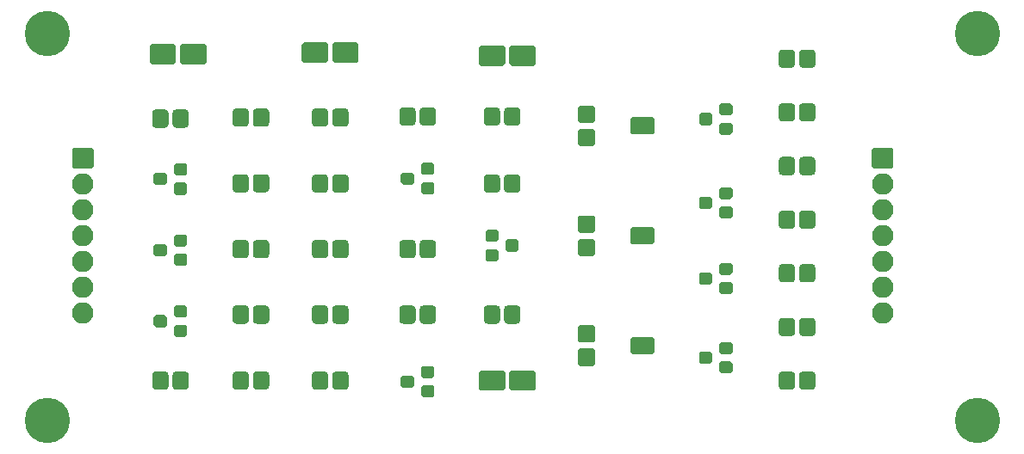
<source format=gbr>
%TF.GenerationSoftware,KiCad,Pcbnew,(5.1.10)-1*%
%TF.CreationDate,2021-10-26T22:21:35+02:00*%
%TF.ProjectId,TMS9929_RGB_Adapter,544d5339-3932-4395-9f52-47425f416461,0*%
%TF.SameCoordinates,Original*%
%TF.FileFunction,Soldermask,Top*%
%TF.FilePolarity,Negative*%
%FSLAX46Y46*%
G04 Gerber Fmt 4.6, Leading zero omitted, Abs format (unit mm)*
G04 Created by KiCad (PCBNEW (5.1.10)-1) date 2021-10-26 22:21:35*
%MOMM*%
%LPD*%
G01*
G04 APERTURE LIST*
%ADD10O,2.100000X2.100000*%
%ADD11C,4.464000*%
G04 APERTURE END LIST*
%TO.C,R5*%
G36*
G01*
X48500000Y-38308332D02*
X48500000Y-39441668D01*
G75*
G02*
X48166668Y-39775000I-333332J0D01*
G01*
X47233332Y-39775000D01*
G75*
G02*
X46900000Y-39441668I0J333332D01*
G01*
X46900000Y-38308332D01*
G75*
G02*
X47233332Y-37975000I333332J0D01*
G01*
X48166668Y-37975000D01*
G75*
G02*
X48500000Y-38308332I0J-333332D01*
G01*
G37*
G36*
G01*
X46500000Y-38308332D02*
X46500000Y-39441668D01*
G75*
G02*
X46166668Y-39775000I-333332J0D01*
G01*
X45233332Y-39775000D01*
G75*
G02*
X44900000Y-39441668I0J333332D01*
G01*
X44900000Y-38308332D01*
G75*
G02*
X45233332Y-37975000I333332J0D01*
G01*
X46166668Y-37975000D01*
G75*
G02*
X46500000Y-38308332I0J-333332D01*
G01*
G37*
%TD*%
%TO.C,R26*%
G36*
G01*
X100200000Y-57733332D02*
X100200000Y-58866668D01*
G75*
G02*
X99866668Y-59200000I-333332J0D01*
G01*
X98933332Y-59200000D01*
G75*
G02*
X98600000Y-58866668I0J333332D01*
G01*
X98600000Y-57733332D01*
G75*
G02*
X98933332Y-57400000I333332J0D01*
G01*
X99866668Y-57400000D01*
G75*
G02*
X100200000Y-57733332I0J-333332D01*
G01*
G37*
G36*
G01*
X102200000Y-57733332D02*
X102200000Y-58866668D01*
G75*
G02*
X101866668Y-59200000I-333332J0D01*
G01*
X100933332Y-59200000D01*
G75*
G02*
X100600000Y-58866668I0J333332D01*
G01*
X100600000Y-57733332D01*
G75*
G02*
X100933332Y-57400000I333332J0D01*
G01*
X101866668Y-57400000D01*
G75*
G02*
X102200000Y-57733332I0J-333332D01*
G01*
G37*
%TD*%
%TO.C,R25*%
G36*
G01*
X100200000Y-47166664D02*
X100200000Y-48300000D01*
G75*
G02*
X99866668Y-48633332I-333332J0D01*
G01*
X98933332Y-48633332D01*
G75*
G02*
X98600000Y-48300000I0J333332D01*
G01*
X98600000Y-47166664D01*
G75*
G02*
X98933332Y-46833332I333332J0D01*
G01*
X99866668Y-46833332D01*
G75*
G02*
X100200000Y-47166664I0J-333332D01*
G01*
G37*
G36*
G01*
X102200000Y-47166664D02*
X102200000Y-48300000D01*
G75*
G02*
X101866668Y-48633332I-333332J0D01*
G01*
X100933332Y-48633332D01*
G75*
G02*
X100600000Y-48300000I0J333332D01*
G01*
X100600000Y-47166664D01*
G75*
G02*
X100933332Y-46833332I333332J0D01*
G01*
X101866668Y-46833332D01*
G75*
G02*
X102200000Y-47166664I0J-333332D01*
G01*
G37*
%TD*%
%TO.C,R24*%
G36*
G01*
X100600000Y-37733334D02*
X100600000Y-36599998D01*
G75*
G02*
X100933332Y-36266666I333332J0D01*
G01*
X101866668Y-36266666D01*
G75*
G02*
X102200000Y-36599998I0J-333332D01*
G01*
X102200000Y-37733334D01*
G75*
G02*
X101866668Y-38066666I-333332J0D01*
G01*
X100933332Y-38066666D01*
G75*
G02*
X100600000Y-37733334I0J333332D01*
G01*
G37*
G36*
G01*
X98600000Y-37733334D02*
X98600000Y-36599998D01*
G75*
G02*
X98933332Y-36266666I333332J0D01*
G01*
X99866668Y-36266666D01*
G75*
G02*
X100200000Y-36599998I0J-333332D01*
G01*
X100200000Y-37733334D01*
G75*
G02*
X99866668Y-38066666I-333332J0D01*
G01*
X98933332Y-38066666D01*
G75*
G02*
X98600000Y-37733334I0J333332D01*
G01*
G37*
%TD*%
%TO.C,R23*%
G36*
G01*
X100600000Y-27166668D02*
X100600000Y-26033332D01*
G75*
G02*
X100933332Y-25700000I333332J0D01*
G01*
X101866668Y-25700000D01*
G75*
G02*
X102200000Y-26033332I0J-333332D01*
G01*
X102200000Y-27166668D01*
G75*
G02*
X101866668Y-27500000I-333332J0D01*
G01*
X100933332Y-27500000D01*
G75*
G02*
X100600000Y-27166668I0J333332D01*
G01*
G37*
G36*
G01*
X98600000Y-27166668D02*
X98600000Y-26033332D01*
G75*
G02*
X98933332Y-25700000I333332J0D01*
G01*
X99866668Y-25700000D01*
G75*
G02*
X100200000Y-26033332I0J-333332D01*
G01*
X100200000Y-27166668D01*
G75*
G02*
X99866668Y-27500000I-333332J0D01*
G01*
X98933332Y-27500000D01*
G75*
G02*
X98600000Y-27166668I0J333332D01*
G01*
G37*
%TD*%
D10*
%TO.C,J2*%
X108800000Y-51640000D03*
X108800000Y-49100000D03*
X108800000Y-46560000D03*
X108800000Y-44020000D03*
X108800000Y-41480000D03*
X108800000Y-38940000D03*
G36*
G01*
X107750000Y-37250000D02*
X107750000Y-35550000D01*
G75*
G02*
X107950000Y-35350000I200000J0D01*
G01*
X109650000Y-35350000D01*
G75*
G02*
X109850000Y-35550000I0J-200000D01*
G01*
X109850000Y-37250000D01*
G75*
G02*
X109650000Y-37450000I-200000J0D01*
G01*
X107950000Y-37450000D01*
G75*
G02*
X107750000Y-37250000I0J200000D01*
G01*
G37*
%TD*%
%TO.C,J1*%
X30200000Y-51640000D03*
X30200000Y-49100000D03*
X30200000Y-46560000D03*
X30200000Y-44020000D03*
X30200000Y-41480000D03*
X30200000Y-38940000D03*
G36*
G01*
X29150000Y-37250000D02*
X29150000Y-35550000D01*
G75*
G02*
X29350000Y-35350000I200000J0D01*
G01*
X31050000Y-35350000D01*
G75*
G02*
X31250000Y-35550000I0J-200000D01*
G01*
X31250000Y-37250000D01*
G75*
G02*
X31050000Y-37450000I-200000J0D01*
G01*
X29350000Y-37450000D01*
G75*
G02*
X29150000Y-37250000I0J200000D01*
G01*
G37*
%TD*%
%TO.C,C4*%
G36*
G01*
X72100000Y-27100000D02*
X72100000Y-25500000D01*
G75*
G02*
X72300000Y-25300000I200000J0D01*
G01*
X74500000Y-25300000D01*
G75*
G02*
X74700000Y-25500000I0J-200000D01*
G01*
X74700000Y-27100000D01*
G75*
G02*
X74500000Y-27300000I-200000J0D01*
G01*
X72300000Y-27300000D01*
G75*
G02*
X72100000Y-27100000I0J200000D01*
G01*
G37*
G36*
G01*
X69100000Y-27100000D02*
X69100000Y-25500000D01*
G75*
G02*
X69300000Y-25300000I200000J0D01*
G01*
X71500000Y-25300000D01*
G75*
G02*
X71700000Y-25500000I0J-200000D01*
G01*
X71700000Y-27100000D01*
G75*
G02*
X71500000Y-27300000I-200000J0D01*
G01*
X69300000Y-27300000D01*
G75*
G02*
X69100000Y-27100000I0J200000D01*
G01*
G37*
%TD*%
%TO.C,C3*%
G36*
G01*
X54700000Y-26800000D02*
X54700000Y-25200000D01*
G75*
G02*
X54900000Y-25000000I200000J0D01*
G01*
X57100000Y-25000000D01*
G75*
G02*
X57300000Y-25200000I0J-200000D01*
G01*
X57300000Y-26800000D01*
G75*
G02*
X57100000Y-27000000I-200000J0D01*
G01*
X54900000Y-27000000D01*
G75*
G02*
X54700000Y-26800000I0J200000D01*
G01*
G37*
G36*
G01*
X51700000Y-26800000D02*
X51700000Y-25200000D01*
G75*
G02*
X51900000Y-25000000I200000J0D01*
G01*
X54100000Y-25000000D01*
G75*
G02*
X54300000Y-25200000I0J-200000D01*
G01*
X54300000Y-26800000D01*
G75*
G02*
X54100000Y-27000000I-200000J0D01*
G01*
X51900000Y-27000000D01*
G75*
G02*
X51700000Y-26800000I0J200000D01*
G01*
G37*
%TD*%
%TO.C,C2*%
G36*
G01*
X72100000Y-59100000D02*
X72100000Y-57500000D01*
G75*
G02*
X72300000Y-57300000I200000J0D01*
G01*
X74500000Y-57300000D01*
G75*
G02*
X74700000Y-57500000I0J-200000D01*
G01*
X74700000Y-59100000D01*
G75*
G02*
X74500000Y-59300000I-200000J0D01*
G01*
X72300000Y-59300000D01*
G75*
G02*
X72100000Y-59100000I0J200000D01*
G01*
G37*
G36*
G01*
X69100000Y-59100000D02*
X69100000Y-57500000D01*
G75*
G02*
X69300000Y-57300000I200000J0D01*
G01*
X71500000Y-57300000D01*
G75*
G02*
X71700000Y-57500000I0J-200000D01*
G01*
X71700000Y-59100000D01*
G75*
G02*
X71500000Y-59300000I-200000J0D01*
G01*
X69300000Y-59300000D01*
G75*
G02*
X69100000Y-59100000I0J200000D01*
G01*
G37*
%TD*%
%TO.C,C1*%
G36*
G01*
X39750000Y-26950000D02*
X39750000Y-25350000D01*
G75*
G02*
X39950000Y-25150000I200000J0D01*
G01*
X42150000Y-25150000D01*
G75*
G02*
X42350000Y-25350000I0J-200000D01*
G01*
X42350000Y-26950000D01*
G75*
G02*
X42150000Y-27150000I-200000J0D01*
G01*
X39950000Y-27150000D01*
G75*
G02*
X39750000Y-26950000I0J200000D01*
G01*
G37*
G36*
G01*
X36750000Y-26950000D02*
X36750000Y-25350000D01*
G75*
G02*
X36950000Y-25150000I200000J0D01*
G01*
X39150000Y-25150000D01*
G75*
G02*
X39350000Y-25350000I0J-200000D01*
G01*
X39350000Y-26950000D01*
G75*
G02*
X39150000Y-27150000I-200000J0D01*
G01*
X36950000Y-27150000D01*
G75*
G02*
X36750000Y-26950000I0J200000D01*
G01*
G37*
%TD*%
%TO.C,Q2*%
G36*
G01*
X94050000Y-41350000D02*
X94050000Y-42150000D01*
G75*
G02*
X93850000Y-42350000I-200000J0D01*
G01*
X92950000Y-42350000D01*
G75*
G02*
X92750000Y-42150000I0J200000D01*
G01*
X92750000Y-41350000D01*
G75*
G02*
X92950000Y-41150000I200000J0D01*
G01*
X93850000Y-41150000D01*
G75*
G02*
X94050000Y-41350000I0J-200000D01*
G01*
G37*
G36*
G01*
X94050000Y-39450000D02*
X94050000Y-40250000D01*
G75*
G02*
X93850000Y-40450000I-200000J0D01*
G01*
X92950000Y-40450000D01*
G75*
G02*
X92750000Y-40250000I0J200000D01*
G01*
X92750000Y-39450000D01*
G75*
G02*
X92950000Y-39250000I200000J0D01*
G01*
X93850000Y-39250000D01*
G75*
G02*
X94050000Y-39450000I0J-200000D01*
G01*
G37*
G36*
G01*
X92050000Y-40400000D02*
X92050000Y-41200000D01*
G75*
G02*
X91850000Y-41400000I-200000J0D01*
G01*
X90950000Y-41400000D01*
G75*
G02*
X90750000Y-41200000I0J200000D01*
G01*
X90750000Y-40400000D01*
G75*
G02*
X90950000Y-40200000I200000J0D01*
G01*
X91850000Y-40200000D01*
G75*
G02*
X92050000Y-40400000I0J-200000D01*
G01*
G37*
%TD*%
%TO.C,Q3*%
G36*
G01*
X94050000Y-48800000D02*
X94050000Y-49600000D01*
G75*
G02*
X93850000Y-49800000I-200000J0D01*
G01*
X92950000Y-49800000D01*
G75*
G02*
X92750000Y-49600000I0J200000D01*
G01*
X92750000Y-48800000D01*
G75*
G02*
X92950000Y-48600000I200000J0D01*
G01*
X93850000Y-48600000D01*
G75*
G02*
X94050000Y-48800000I0J-200000D01*
G01*
G37*
G36*
G01*
X94050000Y-46900000D02*
X94050000Y-47700000D01*
G75*
G02*
X93850000Y-47900000I-200000J0D01*
G01*
X92950000Y-47900000D01*
G75*
G02*
X92750000Y-47700000I0J200000D01*
G01*
X92750000Y-46900000D01*
G75*
G02*
X92950000Y-46700000I200000J0D01*
G01*
X93850000Y-46700000D01*
G75*
G02*
X94050000Y-46900000I0J-200000D01*
G01*
G37*
G36*
G01*
X92050000Y-47850000D02*
X92050000Y-48650000D01*
G75*
G02*
X91850000Y-48850000I-200000J0D01*
G01*
X90950000Y-48850000D01*
G75*
G02*
X90750000Y-48650000I0J200000D01*
G01*
X90750000Y-47850000D01*
G75*
G02*
X90950000Y-47650000I200000J0D01*
G01*
X91850000Y-47650000D01*
G75*
G02*
X92050000Y-47850000I0J-200000D01*
G01*
G37*
%TD*%
%TO.C,Q4*%
G36*
G01*
X94050000Y-56600000D02*
X94050000Y-57400000D01*
G75*
G02*
X93850000Y-57600000I-200000J0D01*
G01*
X92950000Y-57600000D01*
G75*
G02*
X92750000Y-57400000I0J200000D01*
G01*
X92750000Y-56600000D01*
G75*
G02*
X92950000Y-56400000I200000J0D01*
G01*
X93850000Y-56400000D01*
G75*
G02*
X94050000Y-56600000I0J-200000D01*
G01*
G37*
G36*
G01*
X94050000Y-54700000D02*
X94050000Y-55500000D01*
G75*
G02*
X93850000Y-55700000I-200000J0D01*
G01*
X92950000Y-55700000D01*
G75*
G02*
X92750000Y-55500000I0J200000D01*
G01*
X92750000Y-54700000D01*
G75*
G02*
X92950000Y-54500000I200000J0D01*
G01*
X93850000Y-54500000D01*
G75*
G02*
X94050000Y-54700000I0J-200000D01*
G01*
G37*
G36*
G01*
X92050000Y-55650000D02*
X92050000Y-56450000D01*
G75*
G02*
X91850000Y-56650000I-200000J0D01*
G01*
X90950000Y-56650000D01*
G75*
G02*
X90750000Y-56450000I0J200000D01*
G01*
X90750000Y-55650000D01*
G75*
G02*
X90950000Y-55450000I200000J0D01*
G01*
X91850000Y-55450000D01*
G75*
G02*
X92050000Y-55650000I0J-200000D01*
G01*
G37*
%TD*%
%TO.C,Q1*%
G36*
G01*
X94050000Y-33100000D02*
X94050000Y-33900000D01*
G75*
G02*
X93850000Y-34100000I-200000J0D01*
G01*
X92950000Y-34100000D01*
G75*
G02*
X92750000Y-33900000I0J200000D01*
G01*
X92750000Y-33100000D01*
G75*
G02*
X92950000Y-32900000I200000J0D01*
G01*
X93850000Y-32900000D01*
G75*
G02*
X94050000Y-33100000I0J-200000D01*
G01*
G37*
G36*
G01*
X94050000Y-31200000D02*
X94050000Y-32000000D01*
G75*
G02*
X93850000Y-32200000I-200000J0D01*
G01*
X92950000Y-32200000D01*
G75*
G02*
X92750000Y-32000000I0J200000D01*
G01*
X92750000Y-31200000D01*
G75*
G02*
X92950000Y-31000000I200000J0D01*
G01*
X93850000Y-31000000D01*
G75*
G02*
X94050000Y-31200000I0J-200000D01*
G01*
G37*
G36*
G01*
X92050000Y-32150000D02*
X92050000Y-32950000D01*
G75*
G02*
X91850000Y-33150000I-200000J0D01*
G01*
X90950000Y-33150000D01*
G75*
G02*
X90750000Y-32950000I0J200000D01*
G01*
X90750000Y-32150000D01*
G75*
G02*
X90950000Y-31950000I200000J0D01*
G01*
X91850000Y-31950000D01*
G75*
G02*
X92050000Y-32150000I0J-200000D01*
G01*
G37*
%TD*%
%TO.C,Q9*%
G36*
G01*
X40450000Y-46000000D02*
X40450000Y-46800000D01*
G75*
G02*
X40250000Y-47000000I-200000J0D01*
G01*
X39350000Y-47000000D01*
G75*
G02*
X39150000Y-46800000I0J200000D01*
G01*
X39150000Y-46000000D01*
G75*
G02*
X39350000Y-45800000I200000J0D01*
G01*
X40250000Y-45800000D01*
G75*
G02*
X40450000Y-46000000I0J-200000D01*
G01*
G37*
G36*
G01*
X40450000Y-44100000D02*
X40450000Y-44900000D01*
G75*
G02*
X40250000Y-45100000I-200000J0D01*
G01*
X39350000Y-45100000D01*
G75*
G02*
X39150000Y-44900000I0J200000D01*
G01*
X39150000Y-44100000D01*
G75*
G02*
X39350000Y-43900000I200000J0D01*
G01*
X40250000Y-43900000D01*
G75*
G02*
X40450000Y-44100000I0J-200000D01*
G01*
G37*
G36*
G01*
X38450000Y-45050000D02*
X38450000Y-45850000D01*
G75*
G02*
X38250000Y-46050000I-200000J0D01*
G01*
X37350000Y-46050000D01*
G75*
G02*
X37150000Y-45850000I0J200000D01*
G01*
X37150000Y-45050000D01*
G75*
G02*
X37350000Y-44850000I200000J0D01*
G01*
X38250000Y-44850000D01*
G75*
G02*
X38450000Y-45050000I0J-200000D01*
G01*
G37*
%TD*%
%TO.C,R2*%
G36*
G01*
X46900000Y-52366668D02*
X46900000Y-51233332D01*
G75*
G02*
X47233332Y-50900000I333332J0D01*
G01*
X48166668Y-50900000D01*
G75*
G02*
X48500000Y-51233332I0J-333332D01*
G01*
X48500000Y-52366668D01*
G75*
G02*
X48166668Y-52700000I-333332J0D01*
G01*
X47233332Y-52700000D01*
G75*
G02*
X46900000Y-52366668I0J333332D01*
G01*
G37*
G36*
G01*
X44900000Y-52366668D02*
X44900000Y-51233332D01*
G75*
G02*
X45233332Y-50900000I333332J0D01*
G01*
X46166668Y-50900000D01*
G75*
G02*
X46500000Y-51233332I0J-333332D01*
G01*
X46500000Y-52366668D01*
G75*
G02*
X46166668Y-52700000I-333332J0D01*
G01*
X45233332Y-52700000D01*
G75*
G02*
X44900000Y-52366668I0J333332D01*
G01*
G37*
%TD*%
%TO.C,RV1 - Green*%
G36*
G01*
X80550000Y-33720000D02*
X80550000Y-35020000D01*
G75*
G02*
X80350000Y-35220000I-200000J0D01*
G01*
X79050000Y-35220000D01*
G75*
G02*
X78850000Y-35020000I0J200000D01*
G01*
X78850000Y-33720000D01*
G75*
G02*
X79050000Y-33520000I200000J0D01*
G01*
X80350000Y-33520000D01*
G75*
G02*
X80550000Y-33720000I0J-200000D01*
G01*
G37*
G36*
G01*
X86400000Y-32570000D02*
X86400000Y-33870000D01*
G75*
G02*
X86200000Y-34070000I-200000J0D01*
G01*
X84200000Y-34070000D01*
G75*
G02*
X84000000Y-33870000I0J200000D01*
G01*
X84000000Y-32570000D01*
G75*
G02*
X84200000Y-32370000I200000J0D01*
G01*
X86200000Y-32370000D01*
G75*
G02*
X86400000Y-32570000I0J-200000D01*
G01*
G37*
G36*
G01*
X80550000Y-31420000D02*
X80550000Y-32720000D01*
G75*
G02*
X80350000Y-32920000I-200000J0D01*
G01*
X79050000Y-32920000D01*
G75*
G02*
X78850000Y-32720000I0J200000D01*
G01*
X78850000Y-31420000D01*
G75*
G02*
X79050000Y-31220000I200000J0D01*
G01*
X80350000Y-31220000D01*
G75*
G02*
X80550000Y-31420000I0J-200000D01*
G01*
G37*
%TD*%
%TO.C,R16*%
G36*
G01*
X102200000Y-31316665D02*
X102200000Y-32450001D01*
G75*
G02*
X101866668Y-32783333I-333332J0D01*
G01*
X100933332Y-32783333D01*
G75*
G02*
X100600000Y-32450001I0J333332D01*
G01*
X100600000Y-31316665D01*
G75*
G02*
X100933332Y-30983333I333332J0D01*
G01*
X101866668Y-30983333D01*
G75*
G02*
X102200000Y-31316665I0J-333332D01*
G01*
G37*
G36*
G01*
X100200000Y-31316665D02*
X100200000Y-32450001D01*
G75*
G02*
X99866668Y-32783333I-333332J0D01*
G01*
X98933332Y-32783333D01*
G75*
G02*
X98600000Y-32450001I0J333332D01*
G01*
X98600000Y-31316665D01*
G75*
G02*
X98933332Y-30983333I333332J0D01*
G01*
X99866668Y-30983333D01*
G75*
G02*
X100200000Y-31316665I0J-333332D01*
G01*
G37*
%TD*%
%TO.C,R6*%
G36*
G01*
X56300000Y-38333332D02*
X56300000Y-39466668D01*
G75*
G02*
X55966668Y-39800000I-333332J0D01*
G01*
X55033332Y-39800000D01*
G75*
G02*
X54700000Y-39466668I0J333332D01*
G01*
X54700000Y-38333332D01*
G75*
G02*
X55033332Y-38000000I333332J0D01*
G01*
X55966668Y-38000000D01*
G75*
G02*
X56300000Y-38333332I0J-333332D01*
G01*
G37*
G36*
G01*
X54300000Y-38333332D02*
X54300000Y-39466668D01*
G75*
G02*
X53966668Y-39800000I-333332J0D01*
G01*
X53033332Y-39800000D01*
G75*
G02*
X52700000Y-39466668I0J333332D01*
G01*
X52700000Y-38333332D01*
G75*
G02*
X53033332Y-38000000I333332J0D01*
G01*
X53966668Y-38000000D01*
G75*
G02*
X54300000Y-38333332I0J-333332D01*
G01*
G37*
%TD*%
%TO.C,Q10*%
G36*
G01*
X40450000Y-53000000D02*
X40450000Y-53800000D01*
G75*
G02*
X40250000Y-54000000I-200000J0D01*
G01*
X39350000Y-54000000D01*
G75*
G02*
X39150000Y-53800000I0J200000D01*
G01*
X39150000Y-53000000D01*
G75*
G02*
X39350000Y-52800000I200000J0D01*
G01*
X40250000Y-52800000D01*
G75*
G02*
X40450000Y-53000000I0J-200000D01*
G01*
G37*
G36*
G01*
X40450000Y-51100000D02*
X40450000Y-51900000D01*
G75*
G02*
X40250000Y-52100000I-200000J0D01*
G01*
X39350000Y-52100000D01*
G75*
G02*
X39150000Y-51900000I0J200000D01*
G01*
X39150000Y-51100000D01*
G75*
G02*
X39350000Y-50900000I200000J0D01*
G01*
X40250000Y-50900000D01*
G75*
G02*
X40450000Y-51100000I0J-200000D01*
G01*
G37*
G36*
G01*
X38450000Y-52050000D02*
X38450000Y-52850000D01*
G75*
G02*
X38250000Y-53050000I-200000J0D01*
G01*
X37350000Y-53050000D01*
G75*
G02*
X37150000Y-52850000I0J200000D01*
G01*
X37150000Y-52050000D01*
G75*
G02*
X37350000Y-51850000I200000J0D01*
G01*
X38250000Y-51850000D01*
G75*
G02*
X38450000Y-52050000I0J-200000D01*
G01*
G37*
%TD*%
%TO.C,Q8*%
G36*
G01*
X40450000Y-39000000D02*
X40450000Y-39800000D01*
G75*
G02*
X40250000Y-40000000I-200000J0D01*
G01*
X39350000Y-40000000D01*
G75*
G02*
X39150000Y-39800000I0J200000D01*
G01*
X39150000Y-39000000D01*
G75*
G02*
X39350000Y-38800000I200000J0D01*
G01*
X40250000Y-38800000D01*
G75*
G02*
X40450000Y-39000000I0J-200000D01*
G01*
G37*
G36*
G01*
X40450000Y-37100000D02*
X40450000Y-37900000D01*
G75*
G02*
X40250000Y-38100000I-200000J0D01*
G01*
X39350000Y-38100000D01*
G75*
G02*
X39150000Y-37900000I0J200000D01*
G01*
X39150000Y-37100000D01*
G75*
G02*
X39350000Y-36900000I200000J0D01*
G01*
X40250000Y-36900000D01*
G75*
G02*
X40450000Y-37100000I0J-200000D01*
G01*
G37*
G36*
G01*
X38450000Y-38050000D02*
X38450000Y-38850000D01*
G75*
G02*
X38250000Y-39050000I-200000J0D01*
G01*
X37350000Y-39050000D01*
G75*
G02*
X37150000Y-38850000I0J200000D01*
G01*
X37150000Y-38050000D01*
G75*
G02*
X37350000Y-37850000I200000J0D01*
G01*
X38250000Y-37850000D01*
G75*
G02*
X38450000Y-38050000I0J-200000D01*
G01*
G37*
%TD*%
%TO.C,R10*%
G36*
G01*
X61300000Y-45916668D02*
X61300000Y-44783332D01*
G75*
G02*
X61633332Y-44450000I333332J0D01*
G01*
X62566668Y-44450000D01*
G75*
G02*
X62900000Y-44783332I0J-333332D01*
G01*
X62900000Y-45916668D01*
G75*
G02*
X62566668Y-46250000I-333332J0D01*
G01*
X61633332Y-46250000D01*
G75*
G02*
X61300000Y-45916668I0J333332D01*
G01*
G37*
G36*
G01*
X63300000Y-45916668D02*
X63300000Y-44783332D01*
G75*
G02*
X63633332Y-44450000I333332J0D01*
G01*
X64566668Y-44450000D01*
G75*
G02*
X64900000Y-44783332I0J-333332D01*
G01*
X64900000Y-45916668D01*
G75*
G02*
X64566668Y-46250000I-333332J0D01*
G01*
X63633332Y-46250000D01*
G75*
G02*
X63300000Y-45916668I0J333332D01*
G01*
G37*
%TD*%
%TO.C,R4*%
G36*
G01*
X64900000Y-31733332D02*
X64900000Y-32866668D01*
G75*
G02*
X64566668Y-33200000I-333332J0D01*
G01*
X63633332Y-33200000D01*
G75*
G02*
X63300000Y-32866668I0J333332D01*
G01*
X63300000Y-31733332D01*
G75*
G02*
X63633332Y-31400000I333332J0D01*
G01*
X64566668Y-31400000D01*
G75*
G02*
X64900000Y-31733332I0J-333332D01*
G01*
G37*
G36*
G01*
X62900000Y-31733332D02*
X62900000Y-32866668D01*
G75*
G02*
X62566668Y-33200000I-333332J0D01*
G01*
X61633332Y-33200000D01*
G75*
G02*
X61300000Y-32866668I0J333332D01*
G01*
X61300000Y-31733332D01*
G75*
G02*
X61633332Y-31400000I333332J0D01*
G01*
X62566668Y-31400000D01*
G75*
G02*
X62900000Y-31733332I0J-333332D01*
G01*
G37*
%TD*%
%TO.C,Q7*%
G36*
G01*
X64750000Y-58950000D02*
X64750000Y-59750000D01*
G75*
G02*
X64550000Y-59950000I-200000J0D01*
G01*
X63650000Y-59950000D01*
G75*
G02*
X63450000Y-59750000I0J200000D01*
G01*
X63450000Y-58950000D01*
G75*
G02*
X63650000Y-58750000I200000J0D01*
G01*
X64550000Y-58750000D01*
G75*
G02*
X64750000Y-58950000I0J-200000D01*
G01*
G37*
G36*
G01*
X64750000Y-57050000D02*
X64750000Y-57850000D01*
G75*
G02*
X64550000Y-58050000I-200000J0D01*
G01*
X63650000Y-58050000D01*
G75*
G02*
X63450000Y-57850000I0J200000D01*
G01*
X63450000Y-57050000D01*
G75*
G02*
X63650000Y-56850000I200000J0D01*
G01*
X64550000Y-56850000D01*
G75*
G02*
X64750000Y-57050000I0J-200000D01*
G01*
G37*
G36*
G01*
X62750000Y-58000000D02*
X62750000Y-58800000D01*
G75*
G02*
X62550000Y-59000000I-200000J0D01*
G01*
X61650000Y-59000000D01*
G75*
G02*
X61450000Y-58800000I0J200000D01*
G01*
X61450000Y-58000000D01*
G75*
G02*
X61650000Y-57800000I200000J0D01*
G01*
X62550000Y-57800000D01*
G75*
G02*
X62750000Y-58000000I0J-200000D01*
G01*
G37*
%TD*%
%TO.C,R1*%
G36*
G01*
X37000000Y-33066668D02*
X37000000Y-31933332D01*
G75*
G02*
X37333332Y-31600000I333332J0D01*
G01*
X38266668Y-31600000D01*
G75*
G02*
X38600000Y-31933332I0J-333332D01*
G01*
X38600000Y-33066668D01*
G75*
G02*
X38266668Y-33400000I-333332J0D01*
G01*
X37333332Y-33400000D01*
G75*
G02*
X37000000Y-33066668I0J333332D01*
G01*
G37*
G36*
G01*
X39000000Y-33066668D02*
X39000000Y-31933332D01*
G75*
G02*
X39333332Y-31600000I333332J0D01*
G01*
X40266668Y-31600000D01*
G75*
G02*
X40600000Y-31933332I0J-333332D01*
G01*
X40600000Y-33066668D01*
G75*
G02*
X40266668Y-33400000I-333332J0D01*
G01*
X39333332Y-33400000D01*
G75*
G02*
X39000000Y-33066668I0J333332D01*
G01*
G37*
%TD*%
%TO.C,R20*%
G36*
G01*
X56300000Y-31833332D02*
X56300000Y-32966668D01*
G75*
G02*
X55966668Y-33300000I-333332J0D01*
G01*
X55033332Y-33300000D01*
G75*
G02*
X54700000Y-32966668I0J333332D01*
G01*
X54700000Y-31833332D01*
G75*
G02*
X55033332Y-31500000I333332J0D01*
G01*
X55966668Y-31500000D01*
G75*
G02*
X56300000Y-31833332I0J-333332D01*
G01*
G37*
G36*
G01*
X54300000Y-31833332D02*
X54300000Y-32966668D01*
G75*
G02*
X53966668Y-33300000I-333332J0D01*
G01*
X53033332Y-33300000D01*
G75*
G02*
X52700000Y-32966668I0J333332D01*
G01*
X52700000Y-31833332D01*
G75*
G02*
X53033332Y-31500000I333332J0D01*
G01*
X53966668Y-31500000D01*
G75*
G02*
X54300000Y-31833332I0J-333332D01*
G01*
G37*
%TD*%
%TO.C,Q6*%
G36*
G01*
X69750000Y-44450000D02*
X69750000Y-43650000D01*
G75*
G02*
X69950000Y-43450000I200000J0D01*
G01*
X70850000Y-43450000D01*
G75*
G02*
X71050000Y-43650000I0J-200000D01*
G01*
X71050000Y-44450000D01*
G75*
G02*
X70850000Y-44650000I-200000J0D01*
G01*
X69950000Y-44650000D01*
G75*
G02*
X69750000Y-44450000I0J200000D01*
G01*
G37*
G36*
G01*
X69750000Y-46350000D02*
X69750000Y-45550000D01*
G75*
G02*
X69950000Y-45350000I200000J0D01*
G01*
X70850000Y-45350000D01*
G75*
G02*
X71050000Y-45550000I0J-200000D01*
G01*
X71050000Y-46350000D01*
G75*
G02*
X70850000Y-46550000I-200000J0D01*
G01*
X69950000Y-46550000D01*
G75*
G02*
X69750000Y-46350000I0J200000D01*
G01*
G37*
G36*
G01*
X71750000Y-45400000D02*
X71750000Y-44600000D01*
G75*
G02*
X71950000Y-44400000I200000J0D01*
G01*
X72850000Y-44400000D01*
G75*
G02*
X73050000Y-44600000I0J-200000D01*
G01*
X73050000Y-45400000D01*
G75*
G02*
X72850000Y-45600000I-200000J0D01*
G01*
X71950000Y-45600000D01*
G75*
G02*
X71750000Y-45400000I0J200000D01*
G01*
G37*
%TD*%
%TO.C,Q5*%
G36*
G01*
X64750000Y-38950000D02*
X64750000Y-39750000D01*
G75*
G02*
X64550000Y-39950000I-200000J0D01*
G01*
X63650000Y-39950000D01*
G75*
G02*
X63450000Y-39750000I0J200000D01*
G01*
X63450000Y-38950000D01*
G75*
G02*
X63650000Y-38750000I200000J0D01*
G01*
X64550000Y-38750000D01*
G75*
G02*
X64750000Y-38950000I0J-200000D01*
G01*
G37*
G36*
G01*
X64750000Y-37050000D02*
X64750000Y-37850000D01*
G75*
G02*
X64550000Y-38050000I-200000J0D01*
G01*
X63650000Y-38050000D01*
G75*
G02*
X63450000Y-37850000I0J200000D01*
G01*
X63450000Y-37050000D01*
G75*
G02*
X63650000Y-36850000I200000J0D01*
G01*
X64550000Y-36850000D01*
G75*
G02*
X64750000Y-37050000I0J-200000D01*
G01*
G37*
G36*
G01*
X62750000Y-38000000D02*
X62750000Y-38800000D01*
G75*
G02*
X62550000Y-39000000I-200000J0D01*
G01*
X61650000Y-39000000D01*
G75*
G02*
X61450000Y-38800000I0J200000D01*
G01*
X61450000Y-38000000D01*
G75*
G02*
X61650000Y-37800000I200000J0D01*
G01*
X62550000Y-37800000D01*
G75*
G02*
X62750000Y-38000000I0J-200000D01*
G01*
G37*
%TD*%
%TO.C,R3*%
G36*
G01*
X48500000Y-31833332D02*
X48500000Y-32966668D01*
G75*
G02*
X48166668Y-33300000I-333332J0D01*
G01*
X47233332Y-33300000D01*
G75*
G02*
X46900000Y-32966668I0J333332D01*
G01*
X46900000Y-31833332D01*
G75*
G02*
X47233332Y-31500000I333332J0D01*
G01*
X48166668Y-31500000D01*
G75*
G02*
X48500000Y-31833332I0J-333332D01*
G01*
G37*
G36*
G01*
X46500000Y-31833332D02*
X46500000Y-32966668D01*
G75*
G02*
X46166668Y-33300000I-333332J0D01*
G01*
X45233332Y-33300000D01*
G75*
G02*
X44900000Y-32966668I0J333332D01*
G01*
X44900000Y-31833332D01*
G75*
G02*
X45233332Y-31500000I333332J0D01*
G01*
X46166668Y-31500000D01*
G75*
G02*
X46500000Y-31833332I0J-333332D01*
G01*
G37*
%TD*%
%TO.C,R7*%
G36*
G01*
X48500000Y-44783332D02*
X48500000Y-45916668D01*
G75*
G02*
X48166668Y-46250000I-333332J0D01*
G01*
X47233332Y-46250000D01*
G75*
G02*
X46900000Y-45916668I0J333332D01*
G01*
X46900000Y-44783332D01*
G75*
G02*
X47233332Y-44450000I333332J0D01*
G01*
X48166668Y-44450000D01*
G75*
G02*
X48500000Y-44783332I0J-333332D01*
G01*
G37*
G36*
G01*
X46500000Y-44783332D02*
X46500000Y-45916668D01*
G75*
G02*
X46166668Y-46250000I-333332J0D01*
G01*
X45233332Y-46250000D01*
G75*
G02*
X44900000Y-45916668I0J333332D01*
G01*
X44900000Y-44783332D01*
G75*
G02*
X45233332Y-44450000I333332J0D01*
G01*
X46166668Y-44450000D01*
G75*
G02*
X46500000Y-44783332I0J-333332D01*
G01*
G37*
%TD*%
%TO.C,R22*%
G36*
G01*
X61300000Y-52366668D02*
X61300000Y-51233332D01*
G75*
G02*
X61633332Y-50900000I333332J0D01*
G01*
X62566668Y-50900000D01*
G75*
G02*
X62900000Y-51233332I0J-333332D01*
G01*
X62900000Y-52366668D01*
G75*
G02*
X62566668Y-52700000I-333332J0D01*
G01*
X61633332Y-52700000D01*
G75*
G02*
X61300000Y-52366668I0J333332D01*
G01*
G37*
G36*
G01*
X63300000Y-52366668D02*
X63300000Y-51233332D01*
G75*
G02*
X63633332Y-50900000I333332J0D01*
G01*
X64566668Y-50900000D01*
G75*
G02*
X64900000Y-51233332I0J-333332D01*
G01*
X64900000Y-52366668D01*
G75*
G02*
X64566668Y-52700000I-333332J0D01*
G01*
X63633332Y-52700000D01*
G75*
G02*
X63300000Y-52366668I0J333332D01*
G01*
G37*
%TD*%
%TO.C,R13*%
G36*
G01*
X56300000Y-57733332D02*
X56300000Y-58866668D01*
G75*
G02*
X55966668Y-59200000I-333332J0D01*
G01*
X55033332Y-59200000D01*
G75*
G02*
X54700000Y-58866668I0J333332D01*
G01*
X54700000Y-57733332D01*
G75*
G02*
X55033332Y-57400000I333332J0D01*
G01*
X55966668Y-57400000D01*
G75*
G02*
X56300000Y-57733332I0J-333332D01*
G01*
G37*
G36*
G01*
X54300000Y-57733332D02*
X54300000Y-58866668D01*
G75*
G02*
X53966668Y-59200000I-333332J0D01*
G01*
X53033332Y-59200000D01*
G75*
G02*
X52700000Y-58866668I0J333332D01*
G01*
X52700000Y-57733332D01*
G75*
G02*
X53033332Y-57400000I333332J0D01*
G01*
X53966668Y-57400000D01*
G75*
G02*
X54300000Y-57733332I0J-333332D01*
G01*
G37*
%TD*%
%TO.C,R11*%
G36*
G01*
X56300000Y-44783332D02*
X56300000Y-45916668D01*
G75*
G02*
X55966668Y-46250000I-333332J0D01*
G01*
X55033332Y-46250000D01*
G75*
G02*
X54700000Y-45916668I0J333332D01*
G01*
X54700000Y-44783332D01*
G75*
G02*
X55033332Y-44450000I333332J0D01*
G01*
X55966668Y-44450000D01*
G75*
G02*
X56300000Y-44783332I0J-333332D01*
G01*
G37*
G36*
G01*
X54300000Y-44783332D02*
X54300000Y-45916668D01*
G75*
G02*
X53966668Y-46250000I-333332J0D01*
G01*
X53033332Y-46250000D01*
G75*
G02*
X52700000Y-45916668I0J333332D01*
G01*
X52700000Y-44783332D01*
G75*
G02*
X53033332Y-44450000I333332J0D01*
G01*
X53966668Y-44450000D01*
G75*
G02*
X54300000Y-44783332I0J-333332D01*
G01*
G37*
%TD*%
%TO.C,R18*%
G36*
G01*
X69600000Y-39466668D02*
X69600000Y-38333332D01*
G75*
G02*
X69933332Y-38000000I333332J0D01*
G01*
X70866668Y-38000000D01*
G75*
G02*
X71200000Y-38333332I0J-333332D01*
G01*
X71200000Y-39466668D01*
G75*
G02*
X70866668Y-39800000I-333332J0D01*
G01*
X69933332Y-39800000D01*
G75*
G02*
X69600000Y-39466668I0J333332D01*
G01*
G37*
G36*
G01*
X71600000Y-39466668D02*
X71600000Y-38333332D01*
G75*
G02*
X71933332Y-38000000I333332J0D01*
G01*
X72866668Y-38000000D01*
G75*
G02*
X73200000Y-38333332I0J-333332D01*
G01*
X73200000Y-39466668D01*
G75*
G02*
X72866668Y-39800000I-333332J0D01*
G01*
X71933332Y-39800000D01*
G75*
G02*
X71600000Y-39466668I0J333332D01*
G01*
G37*
%TD*%
%TO.C,R8*%
G36*
G01*
X56300000Y-51233332D02*
X56300000Y-52366668D01*
G75*
G02*
X55966668Y-52700000I-333332J0D01*
G01*
X55033332Y-52700000D01*
G75*
G02*
X54700000Y-52366668I0J333332D01*
G01*
X54700000Y-51233332D01*
G75*
G02*
X55033332Y-50900000I333332J0D01*
G01*
X55966668Y-50900000D01*
G75*
G02*
X56300000Y-51233332I0J-333332D01*
G01*
G37*
G36*
G01*
X54300000Y-51233332D02*
X54300000Y-52366668D01*
G75*
G02*
X53966668Y-52700000I-333332J0D01*
G01*
X53033332Y-52700000D01*
G75*
G02*
X52700000Y-52366668I0J333332D01*
G01*
X52700000Y-51233332D01*
G75*
G02*
X53033332Y-50900000I333332J0D01*
G01*
X53966668Y-50900000D01*
G75*
G02*
X54300000Y-51233332I0J-333332D01*
G01*
G37*
%TD*%
%TO.C,R19*%
G36*
G01*
X37000000Y-58866668D02*
X37000000Y-57733332D01*
G75*
G02*
X37333332Y-57400000I333332J0D01*
G01*
X38266668Y-57400000D01*
G75*
G02*
X38600000Y-57733332I0J-333332D01*
G01*
X38600000Y-58866668D01*
G75*
G02*
X38266668Y-59200000I-333332J0D01*
G01*
X37333332Y-59200000D01*
G75*
G02*
X37000000Y-58866668I0J333332D01*
G01*
G37*
G36*
G01*
X39000000Y-58866668D02*
X39000000Y-57733332D01*
G75*
G02*
X39333332Y-57400000I333332J0D01*
G01*
X40266668Y-57400000D01*
G75*
G02*
X40600000Y-57733332I0J-333332D01*
G01*
X40600000Y-58866668D01*
G75*
G02*
X40266668Y-59200000I-333332J0D01*
G01*
X39333332Y-59200000D01*
G75*
G02*
X39000000Y-58866668I0J333332D01*
G01*
G37*
%TD*%
%TO.C,R9*%
G36*
G01*
X48500000Y-57733332D02*
X48500000Y-58866668D01*
G75*
G02*
X48166668Y-59200000I-333332J0D01*
G01*
X47233332Y-59200000D01*
G75*
G02*
X46900000Y-58866668I0J333332D01*
G01*
X46900000Y-57733332D01*
G75*
G02*
X47233332Y-57400000I333332J0D01*
G01*
X48166668Y-57400000D01*
G75*
G02*
X48500000Y-57733332I0J-333332D01*
G01*
G37*
G36*
G01*
X46500000Y-57733332D02*
X46500000Y-58866668D01*
G75*
G02*
X46166668Y-59200000I-333332J0D01*
G01*
X45233332Y-59200000D01*
G75*
G02*
X44900000Y-58866668I0J333332D01*
G01*
X44900000Y-57733332D01*
G75*
G02*
X45233332Y-57400000I333332J0D01*
G01*
X46166668Y-57400000D01*
G75*
G02*
X46500000Y-57733332I0J-333332D01*
G01*
G37*
%TD*%
%TO.C,R14*%
G36*
G01*
X102200000Y-52449997D02*
X102200000Y-53583333D01*
G75*
G02*
X101866668Y-53916665I-333332J0D01*
G01*
X100933332Y-53916665D01*
G75*
G02*
X100600000Y-53583333I0J333332D01*
G01*
X100600000Y-52449997D01*
G75*
G02*
X100933332Y-52116665I333332J0D01*
G01*
X101866668Y-52116665D01*
G75*
G02*
X102200000Y-52449997I0J-333332D01*
G01*
G37*
G36*
G01*
X100200000Y-52449997D02*
X100200000Y-53583333D01*
G75*
G02*
X99866668Y-53916665I-333332J0D01*
G01*
X98933332Y-53916665D01*
G75*
G02*
X98600000Y-53583333I0J333332D01*
G01*
X98600000Y-52449997D01*
G75*
G02*
X98933332Y-52116665I333332J0D01*
G01*
X99866668Y-52116665D01*
G75*
G02*
X100200000Y-52449997I0J-333332D01*
G01*
G37*
%TD*%
%TO.C,R15*%
G36*
G01*
X102200000Y-41883331D02*
X102200000Y-43016667D01*
G75*
G02*
X101866668Y-43349999I-333332J0D01*
G01*
X100933332Y-43349999D01*
G75*
G02*
X100600000Y-43016667I0J333332D01*
G01*
X100600000Y-41883331D01*
G75*
G02*
X100933332Y-41549999I333332J0D01*
G01*
X101866668Y-41549999D01*
G75*
G02*
X102200000Y-41883331I0J-333332D01*
G01*
G37*
G36*
G01*
X100200000Y-41883331D02*
X100200000Y-43016667D01*
G75*
G02*
X99866668Y-43349999I-333332J0D01*
G01*
X98933332Y-43349999D01*
G75*
G02*
X98600000Y-43016667I0J333332D01*
G01*
X98600000Y-41883331D01*
G75*
G02*
X98933332Y-41549999I333332J0D01*
G01*
X99866668Y-41549999D01*
G75*
G02*
X100200000Y-41883331I0J-333332D01*
G01*
G37*
%TD*%
%TO.C,R12*%
G36*
G01*
X73200000Y-51233332D02*
X73200000Y-52366668D01*
G75*
G02*
X72866668Y-52700000I-333332J0D01*
G01*
X71933332Y-52700000D01*
G75*
G02*
X71600000Y-52366668I0J333332D01*
G01*
X71600000Y-51233332D01*
G75*
G02*
X71933332Y-50900000I333332J0D01*
G01*
X72866668Y-50900000D01*
G75*
G02*
X73200000Y-51233332I0J-333332D01*
G01*
G37*
G36*
G01*
X71200000Y-51233332D02*
X71200000Y-52366668D01*
G75*
G02*
X70866668Y-52700000I-333332J0D01*
G01*
X69933332Y-52700000D01*
G75*
G02*
X69600000Y-52366668I0J333332D01*
G01*
X69600000Y-51233332D01*
G75*
G02*
X69933332Y-50900000I333332J0D01*
G01*
X70866668Y-50900000D01*
G75*
G02*
X71200000Y-51233332I0J-333332D01*
G01*
G37*
%TD*%
%TO.C,R21*%
G36*
G01*
X73200000Y-31733332D02*
X73200000Y-32866668D01*
G75*
G02*
X72866668Y-33200000I-333332J0D01*
G01*
X71933332Y-33200000D01*
G75*
G02*
X71600000Y-32866668I0J333332D01*
G01*
X71600000Y-31733332D01*
G75*
G02*
X71933332Y-31400000I333332J0D01*
G01*
X72866668Y-31400000D01*
G75*
G02*
X73200000Y-31733332I0J-333332D01*
G01*
G37*
G36*
G01*
X71200000Y-31733332D02*
X71200000Y-32866668D01*
G75*
G02*
X70866668Y-33200000I-333332J0D01*
G01*
X69933332Y-33200000D01*
G75*
G02*
X69600000Y-32866668I0J333332D01*
G01*
X69600000Y-31733332D01*
G75*
G02*
X69933332Y-31400000I333332J0D01*
G01*
X70866668Y-31400000D01*
G75*
G02*
X71200000Y-31733332I0J-333332D01*
G01*
G37*
%TD*%
%TO.C,RV3 - Blue*%
G36*
G01*
X80550000Y-55350000D02*
X80550000Y-56650000D01*
G75*
G02*
X80350000Y-56850000I-200000J0D01*
G01*
X79050000Y-56850000D01*
G75*
G02*
X78850000Y-56650000I0J200000D01*
G01*
X78850000Y-55350000D01*
G75*
G02*
X79050000Y-55150000I200000J0D01*
G01*
X80350000Y-55150000D01*
G75*
G02*
X80550000Y-55350000I0J-200000D01*
G01*
G37*
G36*
G01*
X86400000Y-54200000D02*
X86400000Y-55500000D01*
G75*
G02*
X86200000Y-55700000I-200000J0D01*
G01*
X84200000Y-55700000D01*
G75*
G02*
X84000000Y-55500000I0J200000D01*
G01*
X84000000Y-54200000D01*
G75*
G02*
X84200000Y-54000000I200000J0D01*
G01*
X86200000Y-54000000D01*
G75*
G02*
X86400000Y-54200000I0J-200000D01*
G01*
G37*
G36*
G01*
X80550000Y-53050000D02*
X80550000Y-54350000D01*
G75*
G02*
X80350000Y-54550000I-200000J0D01*
G01*
X79050000Y-54550000D01*
G75*
G02*
X78850000Y-54350000I0J200000D01*
G01*
X78850000Y-53050000D01*
G75*
G02*
X79050000Y-52850000I200000J0D01*
G01*
X80350000Y-52850000D01*
G75*
G02*
X80550000Y-53050000I0J-200000D01*
G01*
G37*
%TD*%
%TO.C,RV2 - Red*%
G36*
G01*
X80550000Y-44535000D02*
X80550000Y-45835000D01*
G75*
G02*
X80350000Y-46035000I-200000J0D01*
G01*
X79050000Y-46035000D01*
G75*
G02*
X78850000Y-45835000I0J200000D01*
G01*
X78850000Y-44535000D01*
G75*
G02*
X79050000Y-44335000I200000J0D01*
G01*
X80350000Y-44335000D01*
G75*
G02*
X80550000Y-44535000I0J-200000D01*
G01*
G37*
G36*
G01*
X86400000Y-43385000D02*
X86400000Y-44685000D01*
G75*
G02*
X86200000Y-44885000I-200000J0D01*
G01*
X84200000Y-44885000D01*
G75*
G02*
X84000000Y-44685000I0J200000D01*
G01*
X84000000Y-43385000D01*
G75*
G02*
X84200000Y-43185000I200000J0D01*
G01*
X86200000Y-43185000D01*
G75*
G02*
X86400000Y-43385000I0J-200000D01*
G01*
G37*
G36*
G01*
X80550000Y-42235000D02*
X80550000Y-43535000D01*
G75*
G02*
X80350000Y-43735000I-200000J0D01*
G01*
X79050000Y-43735000D01*
G75*
G02*
X78850000Y-43535000I0J200000D01*
G01*
X78850000Y-42235000D01*
G75*
G02*
X79050000Y-42035000I200000J0D01*
G01*
X80350000Y-42035000D01*
G75*
G02*
X80550000Y-42235000I0J-200000D01*
G01*
G37*
%TD*%
D11*
%TO.C,P6*%
X26670000Y-24130000D03*
%TD*%
%TO.C,P8*%
X118110000Y-24130000D03*
%TD*%
%TO.C,P9*%
X118110000Y-62230000D03*
%TD*%
%TO.C,P7*%
X26670000Y-62230000D03*
%TD*%
M02*

</source>
